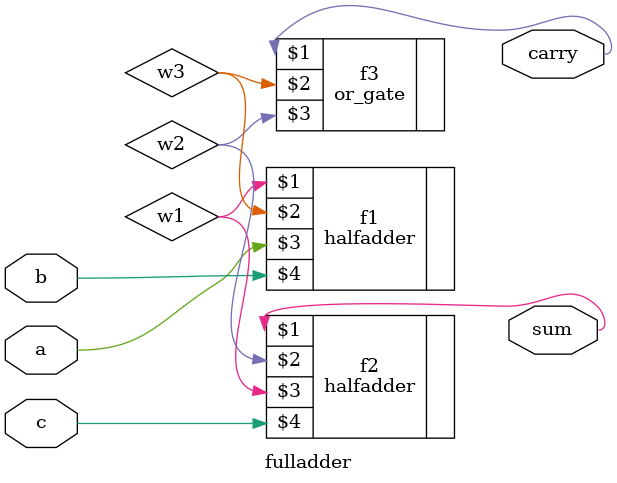
<source format=v>
`timescale 1ns / 1ps
module fulladder(sum, carry, a , b, c);
output sum, carry;
input a, b, c;
wire w1, w2, w3;

halfadder f1 (w1, w3, a, b);
halfadder f2 (sum, w2, w1, c);
or_gate f3(carry, w3, w2);
endmodule

</source>
